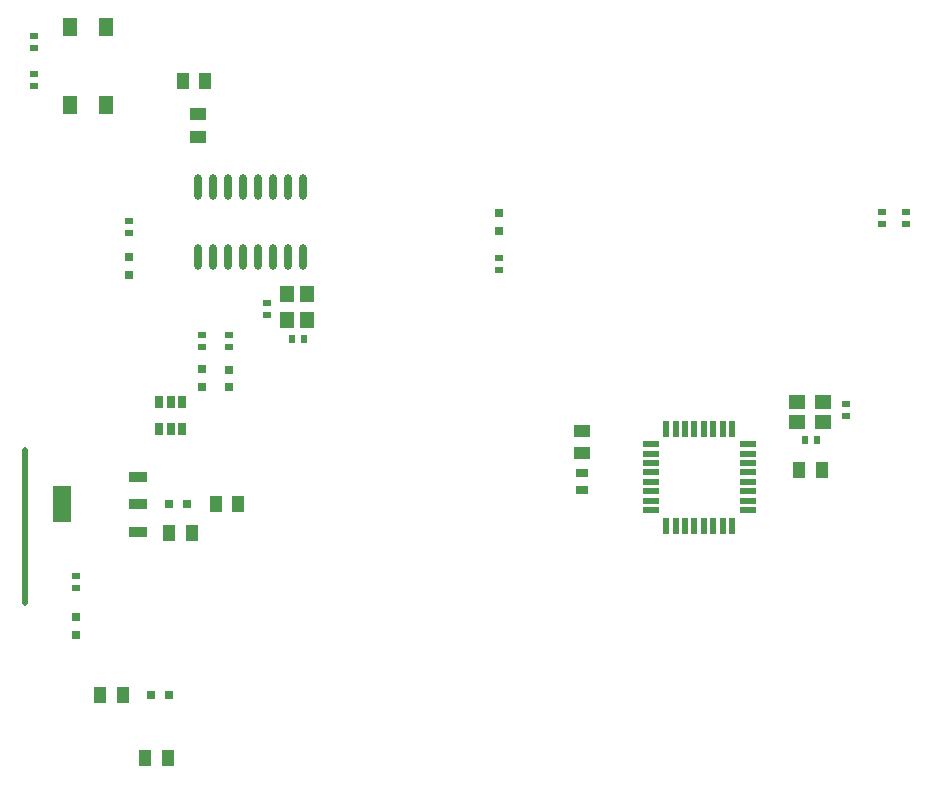
<source format=gtp>
G04*
G04 #@! TF.GenerationSoftware,Altium Limited,Altium Designer,21.8.1 (53)*
G04*
G04 Layer_Color=8421504*
%FSLAX25Y25*%
%MOIN*%
G70*
G04*
G04 #@! TF.SameCoordinates,28AFC469-8C40-47C5-92FE-A73FC46FB42A*
G04*
G04*
G04 #@! TF.FilePolarity,Positive*
G04*
G01*
G75*
%ADD18R,0.05709X0.03937*%
%ADD19R,0.03937X0.02953*%
%ADD20R,0.03937X0.05709*%
%ADD21R,0.02362X0.02756*%
%ADD22R,0.03150X0.03150*%
%ADD23R,0.02756X0.02362*%
%ADD24R,0.05511X0.04724*%
%ADD25R,0.04724X0.05511*%
%ADD26R,0.02756X0.03937*%
%ADD27O,0.02400X0.08661*%
%ADD28R,0.04724X0.05906*%
%ADD29R,0.06300X0.12200*%
%ADD30R,0.06300X0.03300*%
%ADD31R,0.03150X0.03150*%
%ADD32R,0.02000X0.05800*%
%ADD33R,0.05800X0.02000*%
%ADD34C,0.02000*%
D18*
X191000Y154520D02*
D03*
Y162000D02*
D03*
X63000Y260020D02*
D03*
Y267500D02*
D03*
D19*
X191000Y147756D02*
D03*
Y142244D02*
D03*
D20*
X263520Y149000D02*
D03*
X271000D02*
D03*
X53500Y128000D02*
D03*
X60980D02*
D03*
X76500Y137500D02*
D03*
X69020D02*
D03*
X53000Y53000D02*
D03*
X45520D02*
D03*
X30520Y74000D02*
D03*
X38000D02*
D03*
X65480Y278500D02*
D03*
X58000D02*
D03*
D21*
X265563Y159000D02*
D03*
X269500D02*
D03*
X94500Y192500D02*
D03*
X98437D02*
D03*
D22*
X163500Y228594D02*
D03*
Y234500D02*
D03*
X64500Y182500D02*
D03*
Y176594D02*
D03*
X73500Y182405D02*
D03*
Y176500D02*
D03*
X40000Y219905D02*
D03*
Y214000D02*
D03*
X22500Y94000D02*
D03*
Y99906D02*
D03*
D23*
X163500Y215531D02*
D03*
Y219468D02*
D03*
X291000Y234968D02*
D03*
Y231031D02*
D03*
X299000Y235000D02*
D03*
Y231063D02*
D03*
X279000Y167063D02*
D03*
Y171000D02*
D03*
X64500Y194000D02*
D03*
Y190063D02*
D03*
X73500Y194000D02*
D03*
Y190063D02*
D03*
X86000Y200563D02*
D03*
Y204500D02*
D03*
X8500Y289563D02*
D03*
Y293500D02*
D03*
Y281000D02*
D03*
Y277063D02*
D03*
X40000Y232000D02*
D03*
Y228063D02*
D03*
X22500Y109500D02*
D03*
Y113437D02*
D03*
D24*
X271500Y171500D02*
D03*
X262838D02*
D03*
X271499Y164807D02*
D03*
X262838D02*
D03*
D25*
X99500Y198838D02*
D03*
Y207500D02*
D03*
X92807Y198839D02*
D03*
Y207500D02*
D03*
D26*
X50260Y162423D02*
D03*
X54000D02*
D03*
X57740D02*
D03*
Y171724D02*
D03*
X54000D02*
D03*
X50260D02*
D03*
D27*
X63000Y243400D02*
D03*
X68000D02*
D03*
X73000D02*
D03*
X78000D02*
D03*
X83000D02*
D03*
X88000D02*
D03*
X93000D02*
D03*
X98000D02*
D03*
Y220000D02*
D03*
X93000D02*
D03*
X88000D02*
D03*
X83000D02*
D03*
X78000D02*
D03*
X73000D02*
D03*
X68000D02*
D03*
X63000D02*
D03*
D28*
X32405Y270508D02*
D03*
X20595Y296492D02*
D03*
X32405D02*
D03*
X20595Y270508D02*
D03*
D29*
X17900Y137500D02*
D03*
D30*
X43100Y128400D02*
D03*
Y137500D02*
D03*
Y146600D02*
D03*
D31*
X53594Y137500D02*
D03*
X59500D02*
D03*
X53405Y74000D02*
D03*
X47500D02*
D03*
D32*
X241193Y130300D02*
D03*
X238093D02*
D03*
X234893D02*
D03*
X231793D02*
D03*
X228593D02*
D03*
X225493D02*
D03*
X222293D02*
D03*
X219193D02*
D03*
Y162700D02*
D03*
X222293D02*
D03*
X225493D02*
D03*
X228593D02*
D03*
X231793D02*
D03*
X234893D02*
D03*
X238093D02*
D03*
X241193D02*
D03*
D33*
X213993Y135500D02*
D03*
Y138600D02*
D03*
Y141800D02*
D03*
Y144900D02*
D03*
Y148100D02*
D03*
Y151200D02*
D03*
Y154400D02*
D03*
Y157500D02*
D03*
X246393D02*
D03*
Y154400D02*
D03*
Y151200D02*
D03*
Y148100D02*
D03*
Y144900D02*
D03*
Y141800D02*
D03*
Y138600D02*
D03*
Y135500D02*
D03*
D34*
X5500Y104500D02*
Y155500D01*
M02*

</source>
